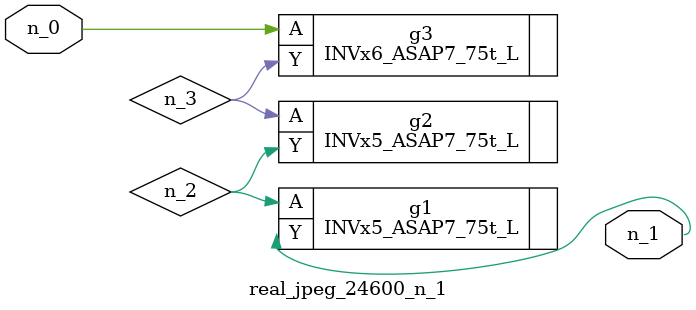
<source format=v>
module real_jpeg_24600_n_1 (n_0, n_1);

input n_0;

output n_1;

wire n_3;
wire n_2;

INVx6_ASAP7_75t_L g3 ( 
.A(n_0),
.Y(n_3)
);

INVx5_ASAP7_75t_L g1 ( 
.A(n_2),
.Y(n_1)
);

INVx5_ASAP7_75t_L g2 ( 
.A(n_3),
.Y(n_2)
);


endmodule
</source>
